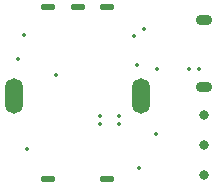
<source format=gbr>
%TF.GenerationSoftware,Altium Limited,Altium Designer,20.1.8 (145)*%
G04 Layer_Color=0*
%FSLAX45Y45*%
%MOMM*%
%TF.SameCoordinates,80F20431-A883-4DFF-BABD-8B1F2EDF33A6*%
%TF.FilePolarity,Positive*%
%TF.FileFunction,Plated,1,2,PTH,Drill*%
%TF.Part,Single*%
G01*
G75*
%TA.AperFunction,ComponentDrill*%
%ADD53O,1.40000X0.90000*%
%ADD54C,0.80000*%
%ADD55O,1.50000X3.00000*%
%ADD56O,1.25000X0.50000*%
%TA.AperFunction,ViaDrill,NotFilled*%
%ADD57C,0.35000*%
D53*
X1748800Y849000D02*
D03*
Y1415000D02*
D03*
D54*
Y106680D02*
D03*
Y614680D02*
D03*
Y360680D02*
D03*
D55*
X1214500Y775500D02*
D03*
X139500D02*
D03*
D56*
X427000Y75500D02*
D03*
X927000D02*
D03*
X677000Y1525500D02*
D03*
X427000D02*
D03*
X927000D02*
D03*
D57*
X1181807Y1035220D02*
D03*
X1031233Y609063D02*
D03*
X863926D02*
D03*
Y536463D02*
D03*
X1031233D02*
D03*
X220982Y1292983D02*
D03*
X494816Y955040D02*
D03*
X170144Y1089600D02*
D03*
X246219Y322942D02*
D03*
X1199349Y165040D02*
D03*
X1344294Y449079D02*
D03*
X1703480Y1002000D02*
D03*
X1624656D02*
D03*
X1352243D02*
D03*
X1236980Y1346408D02*
D03*
X1156809Y1285894D02*
D03*
%TF.MD5,91b3b1a6a3233096c77431eb3a2d48d7*%
M02*

</source>
